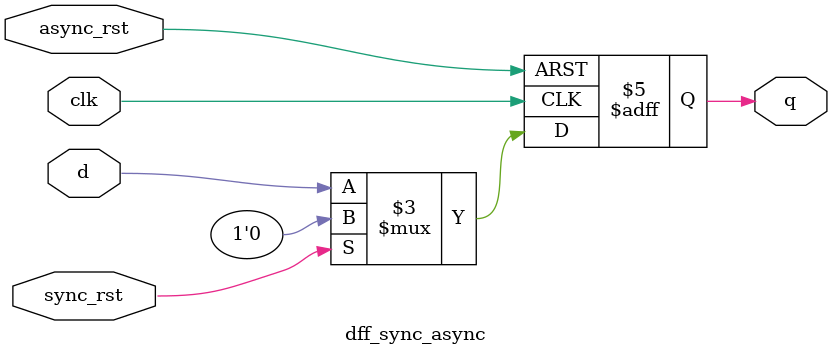
<source format=v>
module dff_sync_async(
    input wire clk,
    input wire d,
    input wire sync_rst,    
    input wire async_rst,    
    output reg q
);
    always @(posedge clk or posedge async_rst) begin
        if (async_rst)
            q <= 1'b0;
        else begin
            if (sync_rst)
                q <= 1'b0;
            else
                q <= d;
        end
    end
endmodule


</source>
